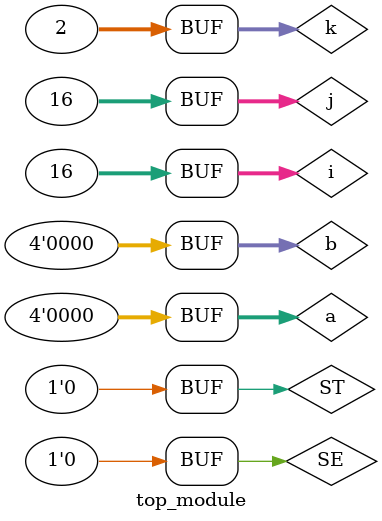
<source format=v>
module top_module;
integer i,j,k,f;
reg [3:0] a,b;
reg SE,ST;
wire [3:0] o;

initial
begin
	a = 4'b0;
	b = 4'b0;
	SE= 1'b0;
	ST = 1'b0;
	for(k=0 ; k<2 ;k=k+1)
	begin
		for (i = 0; i < 16; i=i+1)
		begin
			for (j = 0; j < 16; j=j+1)
			begin
				#100;
				b = b + 1;
				
			end
			a = a + 1;
		end
		SE=SE+1;
	end
end
endmodule
</source>
